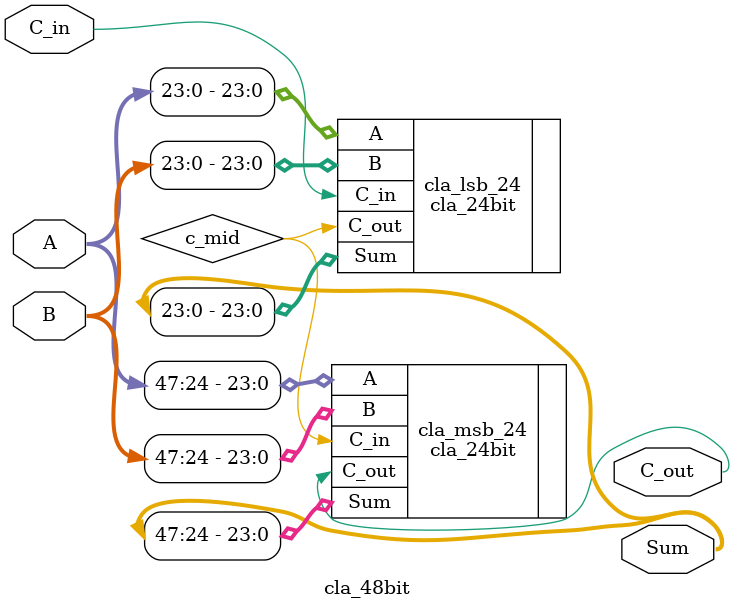
<source format=sv>
module cla_48bit (
    input  logic [47:0] A,    // 24-bit input A
    input  logic [47:0] B,    // 24-bit input B
    input  logic        C_in, // Carry-in
    output logic [47:0] Sum,  // 24-bit Sum
    output logic        C_out // Carry-out
);

    logic c_mid; // Intermediate carry between the two 12-bit CLA blocks

    // Lower 24 bits (0 to 23)
    cla_24bit cla_lsb_24 (
        .A(A[23:0]),
        .B(B[23:0]),
        .C_in(C_in),
        .Sum(Sum[23:0]),
        .C_out(c_mid)
    );

    // Upper 24 bits (24 to 47)
    cla_24bit cla_msb_24 (
        .A(A[47:24]),
        .B(B[47:24]),
        .C_in(c_mid),   // Carry-in is the carry-out from the LSB block
        .Sum(Sum[47:24]),
        .C_out(C_out)
    );

endmodule: cla_48bit
</source>
